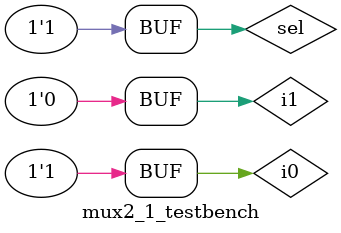
<source format=sv>
module mux2_1 (
	input logic i0,    // 64-bit input 0
   input logic i1,    // 64-bit input 1
   input logic sel,         // select line
   output logic out    // 64-bit output
);
	logic i0_sel;  // Result of ANDing 'a' with ~sel
   logic i1_sel;  // Result of ANDing 'b' with sel
   logic sel_not;       // Inverted select line

   // NOT of the select signal
   not not1 (sel_not, sel);

   // AND i0 and i1 with their corresponding select lines
	and and1 (i0_sel, i0, sel_not);  // a AND ~sel
	and and2 (i1_sel, i1, sel);      // b AND sel
	or or1 (out, i0_sel, i1_sel);  // Final OR operation
		
endmodule

module mux2_1_testbench ();
	logic i0, i1, out;
	logic sel;
	
	mux2_1 dut (.i0, .i1, .sel, .out);
	
	initial begin
		i0=64'd64357; i1=64'd26000; #10;
		sel=2'b00; #10;
		sel=2'b01; #10;
	end
endmodule
</source>
